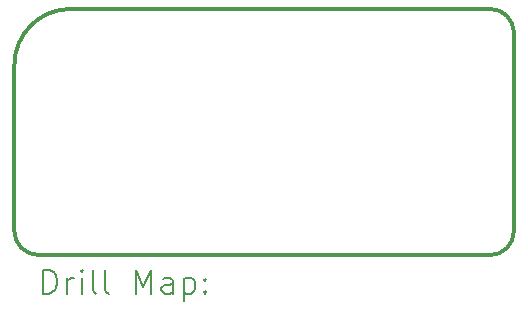
<source format=gbr>
%TF.GenerationSoftware,KiCad,Pcbnew,8.0.5*%
%TF.CreationDate,2024-09-18T07:39:20+09:00*%
%TF.ProjectId,SandyLP_Plate_Middle_Isolated_area,53616e64-794c-4505-9f50-6c6174655f4d,v.0*%
%TF.SameCoordinates,Original*%
%TF.FileFunction,Drillmap*%
%TF.FilePolarity,Positive*%
%FSLAX45Y45*%
G04 Gerber Fmt 4.5, Leading zero omitted, Abs format (unit mm)*
G04 Created by KiCad (PCBNEW 8.0.5) date 2024-09-18 07:39:20*
%MOMM*%
%LPD*%
G01*
G04 APERTURE LIST*
%ADD10C,0.300000*%
%ADD11C,0.200000*%
G04 APERTURE END LIST*
D10*
X2607094Y-5683607D02*
X2607094Y-4278149D01*
X2807093Y-5883607D02*
X6635843Y-5885028D01*
X3083343Y-3801899D02*
X6636843Y-3801899D01*
X6835843Y-5685028D02*
X6836843Y-4001899D01*
X2607094Y-4278149D02*
G75*
G02*
X3083343Y-3801899I476250J0D01*
G01*
X2807093Y-5883607D02*
G75*
G02*
X2607094Y-5683607I0J200000D01*
G01*
X6636843Y-3801899D02*
G75*
G02*
X6836843Y-4001899I4J-199996D01*
G01*
X6835843Y-5685028D02*
G75*
G02*
X6635843Y-5885028I-200000J0D01*
G01*
D11*
X2852870Y-6211512D02*
X2852870Y-6011512D01*
X2852870Y-6011512D02*
X2900489Y-6011512D01*
X2900489Y-6011512D02*
X2929061Y-6021036D01*
X2929061Y-6021036D02*
X2948108Y-6040083D01*
X2948108Y-6040083D02*
X2957632Y-6059131D01*
X2957632Y-6059131D02*
X2967156Y-6097226D01*
X2967156Y-6097226D02*
X2967156Y-6125797D01*
X2967156Y-6125797D02*
X2957632Y-6163893D01*
X2957632Y-6163893D02*
X2948108Y-6182940D01*
X2948108Y-6182940D02*
X2929061Y-6201988D01*
X2929061Y-6201988D02*
X2900489Y-6211512D01*
X2900489Y-6211512D02*
X2852870Y-6211512D01*
X3052870Y-6211512D02*
X3052870Y-6078178D01*
X3052870Y-6116274D02*
X3062394Y-6097226D01*
X3062394Y-6097226D02*
X3071918Y-6087702D01*
X3071918Y-6087702D02*
X3090965Y-6078178D01*
X3090965Y-6078178D02*
X3110013Y-6078178D01*
X3176680Y-6211512D02*
X3176680Y-6078178D01*
X3176680Y-6011512D02*
X3167156Y-6021036D01*
X3167156Y-6021036D02*
X3176680Y-6030559D01*
X3176680Y-6030559D02*
X3186204Y-6021036D01*
X3186204Y-6021036D02*
X3176680Y-6011512D01*
X3176680Y-6011512D02*
X3176680Y-6030559D01*
X3300489Y-6211512D02*
X3281442Y-6201988D01*
X3281442Y-6201988D02*
X3271918Y-6182940D01*
X3271918Y-6182940D02*
X3271918Y-6011512D01*
X3405251Y-6211512D02*
X3386204Y-6201988D01*
X3386204Y-6201988D02*
X3376680Y-6182940D01*
X3376680Y-6182940D02*
X3376680Y-6011512D01*
X3633823Y-6211512D02*
X3633823Y-6011512D01*
X3633823Y-6011512D02*
X3700489Y-6154369D01*
X3700489Y-6154369D02*
X3767156Y-6011512D01*
X3767156Y-6011512D02*
X3767156Y-6211512D01*
X3948108Y-6211512D02*
X3948108Y-6106750D01*
X3948108Y-6106750D02*
X3938585Y-6087702D01*
X3938585Y-6087702D02*
X3919537Y-6078178D01*
X3919537Y-6078178D02*
X3881442Y-6078178D01*
X3881442Y-6078178D02*
X3862394Y-6087702D01*
X3948108Y-6201988D02*
X3929061Y-6211512D01*
X3929061Y-6211512D02*
X3881442Y-6211512D01*
X3881442Y-6211512D02*
X3862394Y-6201988D01*
X3862394Y-6201988D02*
X3852870Y-6182940D01*
X3852870Y-6182940D02*
X3852870Y-6163893D01*
X3852870Y-6163893D02*
X3862394Y-6144845D01*
X3862394Y-6144845D02*
X3881442Y-6135321D01*
X3881442Y-6135321D02*
X3929061Y-6135321D01*
X3929061Y-6135321D02*
X3948108Y-6125797D01*
X4043346Y-6078178D02*
X4043346Y-6278178D01*
X4043346Y-6087702D02*
X4062394Y-6078178D01*
X4062394Y-6078178D02*
X4100489Y-6078178D01*
X4100489Y-6078178D02*
X4119537Y-6087702D01*
X4119537Y-6087702D02*
X4129061Y-6097226D01*
X4129061Y-6097226D02*
X4138585Y-6116274D01*
X4138585Y-6116274D02*
X4138585Y-6173416D01*
X4138585Y-6173416D02*
X4129061Y-6192464D01*
X4129061Y-6192464D02*
X4119537Y-6201988D01*
X4119537Y-6201988D02*
X4100489Y-6211512D01*
X4100489Y-6211512D02*
X4062394Y-6211512D01*
X4062394Y-6211512D02*
X4043346Y-6201988D01*
X4224299Y-6192464D02*
X4233823Y-6201988D01*
X4233823Y-6201988D02*
X4224299Y-6211512D01*
X4224299Y-6211512D02*
X4214775Y-6201988D01*
X4214775Y-6201988D02*
X4224299Y-6192464D01*
X4224299Y-6192464D02*
X4224299Y-6211512D01*
X4224299Y-6087702D02*
X4233823Y-6097226D01*
X4233823Y-6097226D02*
X4224299Y-6106750D01*
X4224299Y-6106750D02*
X4214775Y-6097226D01*
X4214775Y-6097226D02*
X4224299Y-6087702D01*
X4224299Y-6087702D02*
X4224299Y-6106750D01*
M02*

</source>
